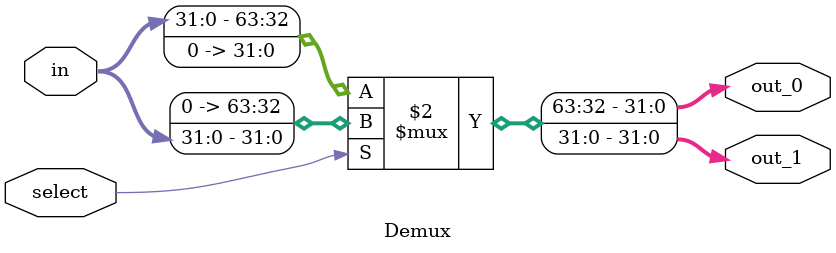
<source format=v>
module Demux(
	input select,
	input [31:0] in,
	output [31:0] out_0,
	output [31:0] out_1
);
	assign {out_0, out_1} = (select == 0) ? {in, 32'b0} : {32'b0, in};
endmodule


</source>
